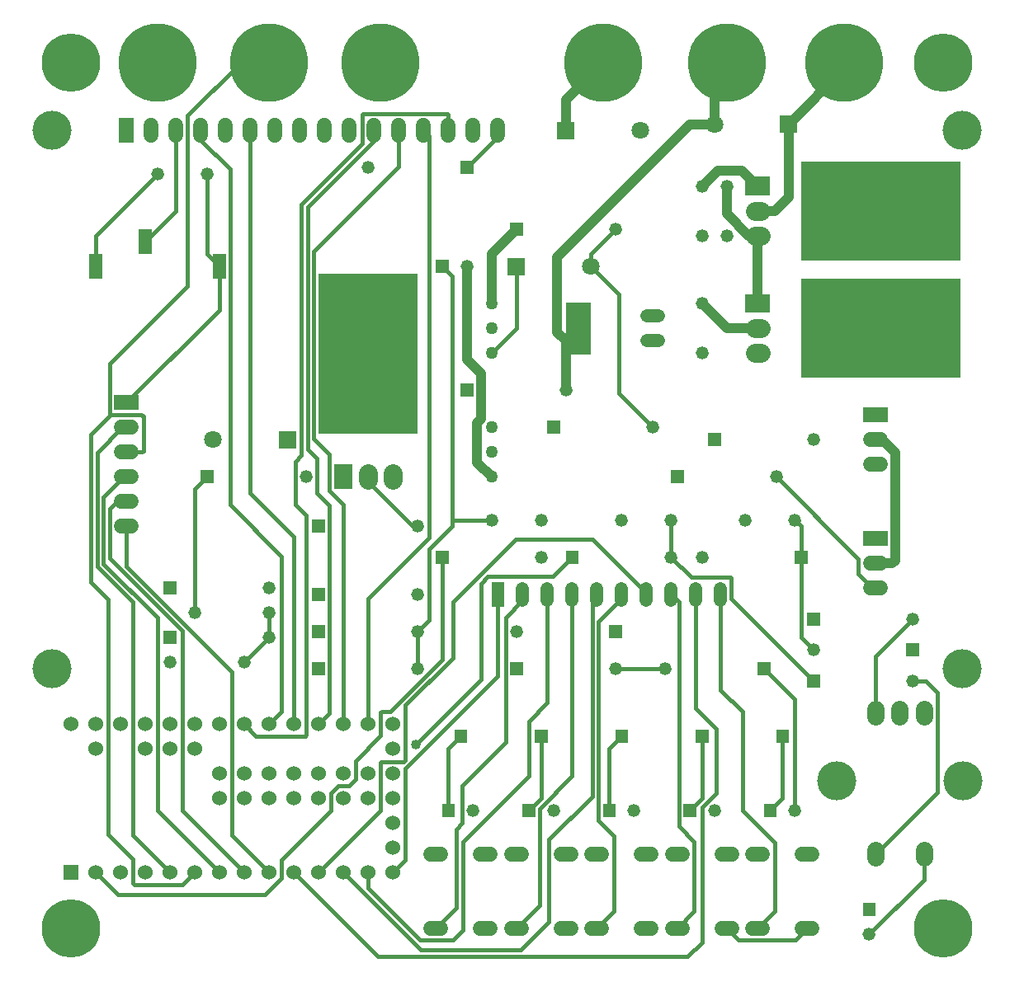
<source format=gtl>
%FSLAX24Y24*%
%MOIN*%
%ADD10C,0.0150*%
%ADD11C,0.0399*%
%ADD12C,0.0400*%
%ADD13C,0.0500*%
%ADD14C,0.0520*%
%ADD15C,0.0591*%
%ADD16C,0.0600*%
%ADD17C,0.0700*%
%ADD18C,0.0709*%
%ADD19C,0.0750*%
%ADD20C,0.1575*%
%ADD21C,0.2362*%
%ADD22C,0.3150*%
D10*
G01X27497Y1681D02*
X26912Y1095D01*
X4847Y23022D02*
X4927Y22942D01*
X14000Y15562D02*
X14000Y10500D01*
X17427Y15427D02*
X17427Y13188D01*
X15822Y18500D02*
X15999Y18500D01*
X14500Y8935D02*
X14500Y7000D01*
X30750Y7501D02*
X30250Y7000D01*
X28068Y7712D02*
X27497Y7141D01*
X9477Y10022D02*
X9000Y10500D01*
X20498Y8405D02*
X17824Y5730D01*
X6000Y4500D02*
X4500Y6000D01*
X19250Y15750D02*
X19250Y12438D01*
X24250Y15750D02*
X24250Y15585D01*
X27066Y16434D02*
X28645Y16434D01*
X36996Y7746D02*
X34499Y5250D01*
X5500Y14803D02*
X3312Y16990D01*
X6721Y35102D02*
X6721Y28212D01*
X7500Y29500D02*
X7500Y32750D01*
X19250Y34250D02*
X19250Y34499D01*
X17427Y13188D02*
X15498Y11259D01*
X20250Y15750D02*
X20250Y15494D01*
X15999Y12749D02*
X15999Y14250D01*
X3000Y29000D02*
X3000Y30250D01*
X11317Y21371D02*
X11062Y21116D01*
X36468Y4217D02*
X34250Y1999D01*
X6721Y28212D02*
X3573Y25064D01*
X9250Y19841D02*
X11000Y18091D01*
X7250Y34115D02*
X8437Y32929D01*
X9000Y4500D02*
X6500Y7000D01*
X3312Y19683D02*
X4128Y20500D01*
X36531Y12250D02*
X36996Y11786D01*
X17572Y3072D02*
X16750Y2250D01*
X4522Y5035D02*
X4522Y4060D01*
X21250Y15750D02*
X21250Y11375D01*
X17000Y13116D02*
X14896Y11013D01*
X14000Y20500D02*
X14000Y20322D01*
X17393Y18750D02*
X17393Y18492D01*
X3061Y21477D02*
X4083Y22500D01*
X12000Y10500D02*
X12437Y10937D01*
X17208Y35178D02*
X13820Y35178D01*
X14404Y1095D02*
X11000Y4500D01*
X11458Y10022D02*
X9477Y10022D01*
X17572Y6254D02*
X17572Y3072D01*
X23927Y5990D02*
X23927Y2927D01*
X4128Y20500D02*
X4250Y20500D01*
X20182Y1360D02*
X16139Y1360D01*
X4885Y21500D02*
X4250Y21499D01*
X14500Y7000D02*
X12000Y4500D01*
X26562Y6363D02*
X27175Y5750D01*
X17250Y9500D02*
X17749Y10000D01*
X14564Y11013D02*
X14522Y10971D01*
X2811Y22217D02*
X2811Y16241D01*
X17393Y18750D02*
X19000Y18750D01*
X4250Y23500D02*
X8000Y27249D01*
X20498Y10623D02*
X20498Y8405D01*
X10522Y11022D02*
X10000Y10500D01*
X16465Y34286D02*
X16465Y18028D01*
X17000Y29000D02*
X17393Y28606D01*
X27175Y2926D02*
X26500Y2250D01*
X27175Y5750D02*
X27175Y2926D01*
X23750Y9500D02*
X23750Y7000D01*
X6518Y4018D02*
X7000Y4500D01*
X15522Y8709D02*
X15522Y5022D01*
X8000Y27249D02*
X8000Y29000D01*
X3573Y25064D02*
X3573Y23064D01*
X20937Y7080D02*
X20937Y3187D01*
X31249Y11501D02*
X31250Y7000D01*
X33822Y17177D02*
X33822Y16564D01*
X21322Y5847D02*
X21322Y2501D01*
X5500Y7000D02*
X5500Y14803D01*
X19562Y9774D02*
X17813Y8024D01*
X8437Y19368D02*
X10522Y17283D01*
X14896Y11013D02*
X14564Y11013D01*
X9000Y13000D02*
X10000Y13999D01*
X11500Y18930D02*
X11500Y10064D01*
X23060Y15560D02*
X23060Y7585D01*
X25250Y15750D02*
X25250Y15807D01*
X23313Y14648D02*
X23313Y6604D01*
X7000Y20000D02*
X7000Y15000D01*
X11500Y10064D02*
X11458Y10022D01*
X30500Y20500D02*
X33822Y17177D01*
X31500Y14000D02*
X32000Y13500D01*
X4500Y6000D02*
X4500Y15427D01*
X6250Y31250D02*
X6250Y34499D01*
X22250Y8393D02*
X20937Y7080D01*
X3891Y3608D02*
X3000Y4500D01*
X27500Y7500D02*
X27000Y7000D01*
X13778Y35136D02*
X13778Y33958D01*
X22250Y17249D02*
X21458Y16458D01*
X26562Y15438D02*
X26562Y6363D01*
X23313Y6604D02*
X23927Y5990D01*
X3615Y23022D02*
X4847Y23022D01*
X3061Y16866D02*
X3061Y21477D01*
X14522Y10971D02*
X14522Y10039D01*
X19250Y12438D02*
X15522Y8709D01*
X31272Y1772D02*
X28977Y1772D01*
X34500Y13250D02*
X34499Y10958D01*
X19977Y17977D02*
X17427Y15427D01*
X8000Y4500D02*
X5500Y7000D01*
X24127Y23872D02*
X24127Y27872D01*
X9842Y3608D02*
X3891Y3608D01*
X10000Y4500D02*
X8500Y6000D01*
X14000Y3866D02*
X14000Y4500D01*
X18855Y16458D02*
X18564Y16166D01*
X15498Y11259D02*
X15498Y9041D01*
X8500Y12624D02*
X4250Y16874D01*
X17813Y6496D02*
X17572Y6254D01*
X23000Y29500D02*
X23000Y29000D01*
X30427Y2927D02*
X30427Y5715D01*
X28250Y11888D02*
X28250Y15750D01*
X16463Y17561D02*
X16463Y14713D01*
X4083Y22500D02*
X4250Y22500D01*
X6500Y14269D02*
X3573Y17195D01*
X4500Y15427D02*
X3061Y16866D01*
X31250Y18750D02*
X31500Y18501D01*
X7500Y20500D02*
X7000Y20000D01*
X33822Y16564D02*
X34387Y16000D01*
X13248Y8022D02*
X12821Y8022D01*
X16093Y1772D02*
X14000Y3866D01*
X31750Y2250D02*
X31272Y1772D01*
X24250Y10000D02*
X23750Y9500D01*
X23080Y17977D02*
X19977Y17977D01*
X17813Y8024D02*
X17813Y6496D01*
X13778Y33958D02*
X11317Y31497D01*
X2811Y16241D02*
X3500Y15552D01*
X4927Y22942D02*
X4927Y21541D01*
X11569Y21620D02*
X11569Y31392D01*
X3615Y23022D02*
X2811Y22217D01*
X28645Y16434D02*
X28687Y16392D01*
X29750Y2250D02*
X30427Y2927D01*
X6500Y7000D02*
X6500Y14269D01*
X13000Y10500D02*
X13000Y19375D01*
X29127Y7015D02*
X29127Y11011D01*
X4250Y16874D02*
X4250Y18500D01*
X3500Y6057D02*
X4522Y5035D01*
X26250Y17249D02*
X27066Y16434D01*
X15498Y9041D02*
X15434Y8977D01*
X3500Y15552D02*
X3500Y6057D01*
X30000Y12750D02*
X31249Y11501D01*
X16250Y34499D02*
X16465Y34286D01*
X17000Y17249D02*
X17000Y13116D01*
X20000Y26500D02*
X20000Y29000D01*
X21000Y7500D02*
X20500Y7000D01*
X14522Y10039D02*
X13500Y9017D01*
X13500Y8274D02*
X13248Y8022D01*
X16139Y1360D02*
X13000Y4500D01*
X36000Y14749D02*
X34500Y13250D01*
X22250Y15750D02*
X22250Y8393D01*
X15522Y5022D02*
X15000Y4500D01*
X11062Y19367D02*
X11500Y18930D01*
X31500Y17250D02*
X31500Y14000D01*
X3573Y23064D02*
X3615Y23022D01*
X21322Y2501D02*
X20182Y1360D01*
X4564Y4018D02*
X6518Y4018D01*
X18564Y16166D02*
X18564Y12293D01*
X10522Y17283D02*
X10522Y11022D01*
X27250Y11127D02*
X28068Y10309D01*
X24000Y12749D02*
X26000Y12750D01*
X29127Y11011D02*
X28250Y11888D01*
X10000Y15000D02*
X10000Y13999D01*
X20250Y15494D02*
X19562Y14807D01*
X13820Y35178D02*
X13778Y35136D01*
X11937Y19850D02*
X11937Y21253D01*
X10500Y4266D02*
X9842Y3608D01*
X27250Y15750D02*
X27250Y11127D01*
X36996Y11786D02*
X36996Y7746D01*
X5000Y30000D02*
X6250Y31250D01*
X17249Y7000D02*
X17250Y9500D01*
X16463Y14713D02*
X15999Y14250D01*
X25500Y22500D02*
X24127Y23872D01*
X17427Y1772D02*
X16093Y1772D01*
X12437Y19350D02*
X11937Y19850D01*
X3312Y16990D02*
X3312Y19683D01*
X36468Y5250D02*
X36468Y4217D01*
X3573Y19207D02*
X3866Y19500D01*
X12448Y19926D02*
X12448Y21412D01*
X27497Y7141D02*
X27497Y1681D01*
X11820Y22040D02*
X11820Y29619D01*
X27500Y10000D02*
X27500Y7500D01*
X23927Y2927D02*
X23250Y2250D01*
X21250Y11375D02*
X20498Y10623D01*
X8500Y6000D02*
X8500Y12624D01*
X17824Y5730D02*
X17824Y2169D01*
X24127Y27872D02*
X23000Y29000D01*
X11317Y31497D02*
X11317Y21371D01*
X7250Y34499D02*
X7250Y34115D01*
X12500Y7700D02*
X12500Y7014D01*
X12437Y10937D02*
X12437Y19350D01*
X10500Y5014D02*
X10500Y4266D01*
X30750Y10000D02*
X30750Y7501D01*
X11569Y31392D02*
X14250Y34073D01*
X17249Y34499D02*
X17250Y35136D01*
X31500Y18501D02*
X31500Y17250D01*
X11000Y18091D02*
X11000Y10500D01*
X3866Y19500D02*
X4250Y19499D01*
X25250Y15807D02*
X23080Y17977D01*
X21000Y10000D02*
X21000Y7500D01*
X15434Y8977D02*
X14541Y8977D01*
X34387Y16000D02*
X34500Y15999D01*
X19000Y25500D02*
X20000Y26500D01*
X13000Y19375D02*
X12448Y19926D01*
X23060Y7585D02*
X21322Y5847D01*
X8437Y32929D02*
X8437Y19368D01*
X28687Y16392D02*
X28687Y15562D01*
X14000Y20322D02*
X15822Y18500D01*
X11937Y21253D02*
X11569Y21620D01*
X12500Y7014D02*
X10500Y5014D01*
X13500Y9017D02*
X13500Y8274D01*
X20937Y3187D02*
X20000Y2250D01*
X24000Y30500D02*
X23000Y29500D01*
X17250Y35136D02*
X17208Y35178D01*
X21458Y16458D02*
X18855Y16458D01*
X9250Y34499D02*
X9250Y19841D01*
X26250Y15750D02*
X26562Y15438D01*
X28687Y15562D02*
X32000Y12249D01*
X4522Y4060D02*
X4564Y4018D01*
X16465Y18028D02*
X14000Y15562D01*
X4927Y21541D02*
X4885Y21500D01*
X8870Y37250D02*
X6721Y35102D01*
X11820Y29619D02*
X15250Y33049D01*
X11062Y21116D02*
X11062Y19367D01*
X24250Y15585D02*
X23313Y14648D01*
X30427Y5715D02*
X29127Y7015D01*
X14250Y34073D02*
X14250Y34499D01*
X12821Y8022D02*
X12500Y7700D01*
X23250Y15750D02*
X23060Y15560D01*
X14541Y8977D02*
X14500Y8935D01*
X18000Y33000D02*
X19250Y34250D01*
X28068Y10309D02*
X28068Y7712D01*
X17824Y2169D02*
X17427Y1772D01*
X3000Y30250D02*
X5499Y32750D01*
X17393Y18492D02*
X16463Y17561D01*
X36000Y12249D02*
X36531Y12250D01*
X10000Y37250D02*
X8870Y37250D01*
X18564Y12293D02*
X15954Y9683D01*
X8000Y29000D02*
X7500Y29500D01*
X3573Y17195D02*
X3573Y19207D01*
X12448Y21412D02*
X11820Y22040D01*
X26250Y18750D02*
X26250Y17249D01*
X15250Y33049D02*
X15250Y34499D01*
X26912Y1095D02*
X14404Y1095D01*
X28977Y1772D02*
X28500Y2250D01*
X19562Y14807D02*
X19562Y9774D01*
X17393Y28606D02*
X17393Y18750D01*
D11*
G01X18408Y21091D02*
X18408Y22690D01*
X27500Y27500D02*
X28500Y26500D01*
X21999Y34500D02*
X22000Y35750D01*
X27023Y34750D02*
X21652Y29379D01*
X31000Y31813D02*
X31000Y34749D01*
X35186Y17000D02*
X35301Y17115D01*
X21652Y26347D02*
X22000Y26000D01*
X28000Y34749D02*
X27023Y34750D01*
X34500Y16999D02*
X35186Y17000D01*
X28500Y31135D02*
X29384Y30250D01*
X29119Y32881D02*
X29750Y32250D01*
X28000Y36750D02*
X28500Y37250D01*
X28000Y34749D02*
X28000Y36750D01*
X19000Y27500D02*
X19000Y29500D01*
X31000Y34749D02*
X33250Y37001D01*
X22000Y24000D02*
X22000Y26000D01*
X35301Y17115D02*
X35301Y21486D01*
X22000Y26000D02*
X22500Y26000D01*
X28500Y32250D02*
X28500Y31135D01*
X33250Y37001D02*
X33250Y37250D01*
X19000Y29500D02*
X20000Y30500D01*
X29384Y30250D02*
X29750Y30250D01*
X18561Y22843D02*
X18561Y24678D01*
X27500Y32250D02*
X28131Y32881D01*
X28131Y32881D02*
X29119Y32881D01*
X29750Y31250D02*
X30437Y31250D01*
X30437Y31250D02*
X31000Y31813D01*
X18408Y22690D02*
X18561Y22843D01*
X22000Y35750D02*
X23500Y37250D01*
X19000Y20500D02*
X18408Y21091D01*
X35301Y21486D02*
X34788Y22000D01*
X18000Y25240D02*
X18000Y29000D01*
X18561Y24678D02*
X18000Y25240D01*
X34788Y22000D02*
X34500Y22000D01*
X28500Y26500D02*
X29750Y26500D01*
X29750Y27500D02*
X29750Y30250D01*
X21652Y29379D02*
X21652Y26347D01*
D12*
G01X15954Y9683D03*
D13*
G01X19000Y26500D03*
X19000Y27500D03*
X19000Y25500D03*
X19000Y21500D03*
X19000Y22500D03*
X19000Y20500D03*
D14*
G01X18250Y7000D03*
X36000Y12249D03*
X32000Y13500D03*
X24250Y18750D03*
X26250Y18750D03*
X30500Y20500D03*
X10000Y16000D03*
X24750Y7000D03*
X16000Y15750D03*
X27500Y27500D03*
X27500Y25500D03*
X28500Y30250D03*
X28500Y32250D03*
X26250Y17250D03*
X16000Y12749D03*
X29250Y18750D03*
X31250Y18750D03*
X24000Y30500D03*
X34250Y1999D03*
X13999Y33000D03*
X27500Y30250D03*
X27500Y32250D03*
X10000Y13999D03*
X21499Y7000D03*
X31250Y7000D03*
X7500Y32750D03*
X5499Y32750D03*
X18000Y29000D03*
X10000Y15000D03*
X7000Y15000D03*
X32000Y22000D03*
X21000Y17250D03*
X11500Y20500D03*
X25500Y22500D03*
X27500Y17250D03*
X22000Y24000D03*
X36000Y14750D03*
X28000Y7000D03*
X16000Y18500D03*
X19000Y18750D03*
X21000Y18750D03*
X26000Y12750D03*
X24000Y12749D03*
X20000Y14250D03*
X6000Y13000D03*
X9000Y13000D03*
X16000Y14250D03*
X25260Y26000D02*
X25740Y26000D01*
X25260Y27000D02*
X25740Y27000D01*
X20250Y15510D02*
X20250Y15990D01*
X24250Y15510D02*
X24250Y15990D01*
X25250Y15510D02*
X25250Y15990D01*
X23250Y15510D02*
X23250Y15990D01*
X26250Y15510D02*
X26250Y15990D01*
X28250Y15510D02*
X28250Y15990D01*
X27250Y15510D02*
X27250Y15990D01*
X21250Y15510D02*
X21250Y15990D01*
X22250Y15510D02*
X22250Y15990D01*
D15*
G01X14250Y34295D02*
X14250Y34704D01*
X9250Y34295D02*
X9250Y34704D01*
X7250Y34295D02*
X7250Y34704D01*
X12250Y34295D02*
X12250Y34704D01*
X19250Y34295D02*
X19250Y34704D01*
X6250Y34295D02*
X6250Y34704D01*
X8250Y34295D02*
X8250Y34704D01*
X11250Y34295D02*
X11250Y34704D01*
X16250Y34295D02*
X16250Y34704D01*
X15250Y34295D02*
X15250Y34704D01*
X5250Y34295D02*
X5250Y34704D01*
X18250Y34295D02*
X18250Y34704D01*
X17250Y34295D02*
X17250Y34704D01*
X10250Y34295D02*
X10250Y34704D01*
X13250Y34295D02*
X13250Y34704D01*
D16*
G01X11000Y4500D03*
X14000Y7500D03*
X3000Y4500D03*
X3000Y9500D03*
X14000Y4500D03*
X8000Y4500D03*
X13000Y8500D03*
X15000Y8500D03*
X11000Y10500D03*
X4000Y10500D03*
X15000Y10500D03*
X12000Y7500D03*
X9000Y7500D03*
X15000Y4500D03*
X12000Y10500D03*
X6000Y9500D03*
X7000Y10500D03*
X6000Y10500D03*
X13000Y4500D03*
X10000Y8500D03*
X3000Y10500D03*
X13000Y10500D03*
X5000Y10500D03*
X15000Y7500D03*
X11000Y7500D03*
X7000Y9500D03*
X12000Y8500D03*
X9000Y8500D03*
X13000Y7500D03*
X10000Y7500D03*
X5000Y4500D03*
X15000Y9500D03*
X15000Y5500D03*
X15000Y6500D03*
X5000Y9500D03*
X10000Y4500D03*
X7000Y4500D03*
X9000Y10500D03*
X8000Y8500D03*
X8000Y7500D03*
X14000Y8500D03*
X4000Y4500D03*
X6000Y4500D03*
X8000Y10500D03*
X11000Y8500D03*
X10000Y10500D03*
X12000Y4500D03*
X9000Y4500D03*
X14000Y10500D03*
X2000Y10500D03*
X31950Y5250D02*
X31550Y5250D01*
X31950Y2250D02*
X31550Y2250D01*
X29950Y5250D02*
X29550Y5250D01*
X29950Y2250D02*
X29550Y2250D01*
X34300Y16000D02*
X34700Y16000D01*
X34300Y17000D02*
X34700Y17000D01*
X25450Y5250D02*
X25050Y5250D01*
X25450Y2250D02*
X25050Y2250D01*
X23450Y5250D02*
X23050Y5250D01*
X23450Y2250D02*
X23050Y2250D01*
X18950Y5250D02*
X18550Y5250D01*
X18950Y2250D02*
X18550Y2250D01*
X16950Y5250D02*
X16550Y5250D01*
X16950Y2250D02*
X16550Y2250D01*
X34300Y21000D02*
X34700Y21000D01*
X34300Y22000D02*
X34700Y22000D01*
X4450Y19499D02*
X4050Y19499D01*
X4450Y18500D02*
X4050Y18500D01*
X4450Y21499D02*
X4050Y21499D01*
X4450Y20500D02*
X4050Y20500D01*
X4450Y22500D02*
X4050Y22500D01*
X28699Y5250D02*
X28300Y5250D01*
X28699Y2250D02*
X28300Y2250D01*
X26700Y5250D02*
X26300Y5250D01*
X26700Y2250D02*
X26300Y2250D01*
X22199Y5250D02*
X21799Y5250D01*
X22199Y2250D02*
X21799Y2250D01*
X20200Y5250D02*
X19800Y5250D01*
X20200Y2250D02*
X19800Y2250D01*
D17*
G01X36468Y5100D02*
X36468Y5399D01*
X34500Y10808D02*
X34500Y11108D01*
X34500Y5100D02*
X34500Y5399D01*
X36468Y10808D02*
X36468Y11108D01*
X35484Y10808D02*
X35484Y11108D01*
D18*
G01X7750Y22000D03*
X28000Y34749D03*
X23000Y29000D03*
X25000Y34500D03*
D19*
G01X14000Y20375D02*
X14000Y20625D01*
X15000Y20375D02*
X15000Y20625D01*
X29625Y30250D02*
X29875Y30250D01*
X29625Y31250D02*
X29875Y31250D01*
X29625Y25500D02*
X29875Y25500D01*
X29625Y26500D02*
X29875Y26500D01*
D20*
G01X1250Y12750D03*
X38000Y12750D03*
X1250Y34500D03*
X38000Y34500D03*
X32925Y8202D03*
X38043Y8202D03*
D21*
G01X37250Y37250D03*
X2000Y2250D03*
X37250Y2250D03*
X2000Y37250D03*
D22*
G01X23500Y37250D03*
X14500Y37250D03*
X33250Y37250D03*
X10000Y37250D03*
X28500Y37250D03*
X5500Y37250D03*
G36*
X17510Y7260D02*G01*
X16990Y7260D01*X16990Y6740D01*X17510Y6740D01*G37*
G36*
X23000Y26550D02*G01*
X22000Y26550D01*X22000Y25450D01*X23000Y25450D01*G37*
G36*
X23000Y27550D02*G01*
X22000Y27550D01*X22000Y26450D01*X23000Y26450D01*G37*
G36*
X32260Y12510D02*G01*
X31740Y12510D01*X31740Y11990D01*X32260Y11990D01*G37*
G36*
X2300Y4800D02*G01*
X1700Y4800D01*X1700Y4200D01*X2300Y4200D01*G37*
G36*
X4740Y29500D02*G01*
X5260Y29500D01*X5260Y30500D01*X4740Y30500D01*G37*
G36*
X7740Y28500D02*G01*
X8260Y28500D01*X8260Y29500D01*X7740Y29500D01*G37*
G36*
X2740Y28500D02*G01*
X3260Y28500D01*X3260Y29500D01*X2740Y29500D01*G37*
G36*
X10395Y21645D02*G01*
X11104Y21645D01*X11104Y22354D01*X10395Y22354D01*G37*
G36*
X35740Y13240D02*G01*
X36260Y13240D01*X36260Y13760D01*X35740Y13760D01*G37*
G36*
X21260Y10260D02*G01*
X20740Y10260D01*X20740Y9740D01*X21260Y9740D01*G37*
G36*
X26760Y20760D02*G01*
X26240Y20760D01*X26240Y20240D01*X26760Y20240D01*G37*
G36*
X35000Y17700D02*G01*
X35000Y18300D01*X34000Y18300D01*X34000Y17700D01*G37*
G36*
X6260Y16260D02*G01*
X5740Y16260D01*X5740Y15740D01*X6260Y15740D01*G37*
G36*
X24010Y7260D02*G01*
X23490Y7260D01*X23490Y6740D01*X24010Y6740D01*G37*
G36*
X12259Y16010D02*G01*
X11739Y16010D01*X11739Y15490D01*X12259Y15490D01*G37*
G36*
X18010Y10260D02*G01*
X17490Y10260D01*X17490Y9740D01*X18010Y9740D01*G37*
G36*
X35000Y22700D02*G01*
X35000Y23300D01*X34000Y23300D01*X34000Y22700D01*G37*
G36*
X22510Y17510D02*G01*
X21990Y17510D01*X21990Y16990D01*X22510Y16990D01*G37*
G36*
X12259Y13010D02*G01*
X11739Y13010D01*X11739Y12490D01*X12259Y12490D01*G37*
G36*
X31010Y10260D02*G01*
X30490Y10260D01*X30490Y9740D01*X31010Y9740D01*G37*
G36*
X16000Y26750D02*G01*
X12000Y26750D01*X12000Y22250D01*X16000Y22250D01*G37*
G36*
X16000Y28700D02*G01*
X12000Y28700D01*X12000Y26300D01*X16000Y26300D01*G37*
G36*
X13375Y21000D02*G01*
X12625Y21000D01*X12625Y20000D01*X13375Y20000D01*G37*
G36*
X20260Y30760D02*G01*
X19740Y30760D01*X19740Y30240D01*X20260Y30240D01*G37*
G36*
X4545Y35000D02*G01*
X3954Y35000D01*X3954Y34000D01*X4545Y34000D01*G37*
G36*
X34510Y2739D02*G01*
X34510Y3259D01*X33990Y3259D01*X33990Y2739D01*G37*
G36*
X17739Y32740D02*G01*
X18259Y32740D01*X18259Y33260D01*X17739Y33260D01*G37*
G36*
X6260Y14260D02*G01*
X5740Y14260D01*X5740Y13740D01*X6260Y13740D01*G37*
G36*
X3750Y23799D02*G01*
X3750Y23200D01*X4750Y23200D01*X4750Y23799D01*G37*
G36*
X30645Y34395D02*G01*
X31354Y34395D01*X31354Y35104D01*X30645Y35104D01*G37*
G36*
X20759Y7260D02*G01*
X20239Y7260D01*X20239Y6740D01*X20759Y6740D01*G37*
G36*
X20354Y29354D02*G01*
X19645Y29354D01*X19645Y28645D01*X20354Y28645D01*G37*
G36*
X30510Y7260D02*G01*
X29990Y7260D01*X29990Y6740D01*X30510Y6740D01*G37*
G36*
X24510Y10260D02*G01*
X23990Y10260D01*X23990Y9740D01*X24510Y9740D01*G37*
G36*
X17260Y29260D02*G01*
X16740Y29260D01*X16740Y28740D01*X17260Y28740D01*G37*
G36*
X27760Y10260D02*G01*
X27240Y10260D01*X27240Y9740D01*X27760Y9740D01*G37*
G36*
X28260Y22260D02*G01*
X27740Y22260D01*X27740Y21740D01*X28260Y21740D01*G37*
G36*
X30250Y31875D02*G01*
X30250Y32625D01*X29250Y32625D01*X29250Y31875D01*G37*
G36*
X36000Y29250D02*G01*
X36000Y33250D01*X31500Y33250D01*X31500Y29250D01*G37*
G36*
X37950Y29250D02*G01*
X37950Y33250D01*X35550Y33250D01*X35550Y29250D01*G37*
G36*
X22354Y34854D02*G01*
X21645Y34854D01*X21645Y34145D01*X22354Y34145D01*G37*
G36*
X17260Y17510D02*G01*
X16740Y17510D01*X16740Y16990D01*X17260Y16990D01*G37*
G36*
X7760Y20760D02*G01*
X7240Y20760D01*X7240Y20240D01*X7760Y20240D01*G37*
G36*
X21760Y22760D02*G01*
X21240Y22760D01*X21240Y22240D01*X21760Y22240D01*G37*
G36*
X31240Y16990D02*G01*
X31760Y16990D01*X31760Y17510D01*X31240Y17510D01*G37*
G36*
X18260Y24260D02*G01*
X17740Y24260D01*X17740Y23740D01*X18260Y23740D01*G37*
G36*
X32260Y15010D02*G01*
X31740Y15010D01*X31740Y14490D01*X32260Y14490D01*G37*
G36*
X27260Y7260D02*G01*
X26740Y7260D01*X26740Y6740D01*X27260Y6740D01*G37*
G36*
X12259Y18760D02*G01*
X11739Y18760D01*X11739Y18240D01*X12259Y18240D01*G37*
G36*
X29740Y12490D02*G01*
X30260Y12490D01*X30260Y13010D01*X29740Y13010D01*G37*
G36*
X20260Y13010D02*G01*
X19740Y13010D01*X19740Y12490D01*X20260Y12490D01*G37*
G36*
X23740Y13990D02*G01*
X24260Y13990D01*X24260Y14510D01*X23740Y14510D01*G37*
G36*
X12259Y14510D02*G01*
X11739Y14510D01*X11739Y13990D01*X12259Y13990D01*G37*
G36*
X19510Y16250D02*G01*
X18990Y16250D01*X18990Y15250D01*X19510Y15250D01*G37*
G36*
X30250Y27125D02*G01*
X30250Y27875D01*X29250Y27875D01*X29250Y27125D01*G37*
G36*
X36000Y24500D02*G01*
X36000Y28500D01*X31500Y28500D01*X31500Y24500D01*G37*
G36*
X37950Y24500D02*G01*
X37950Y28500D01*X35550Y28500D01*X35550Y24500D01*G37*
M02*

</source>
